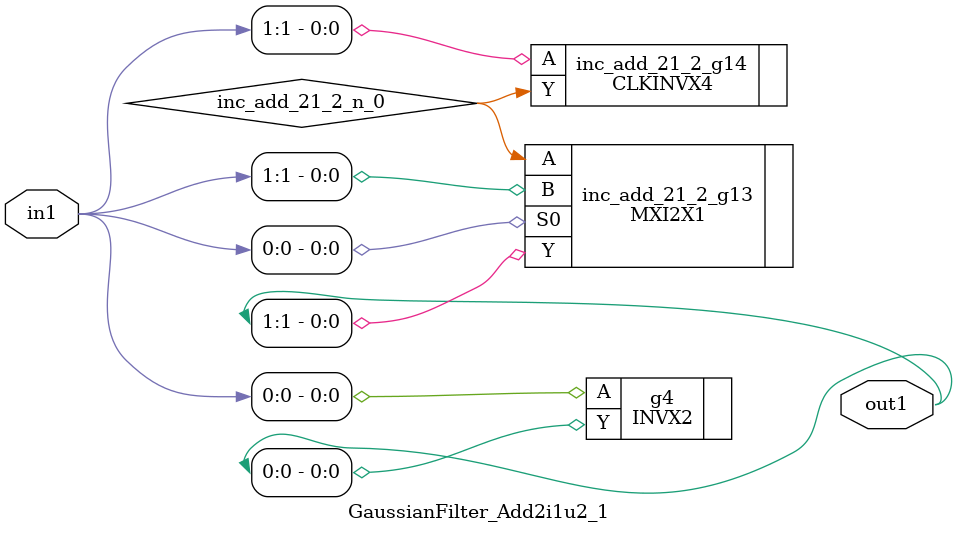
<source format=v>
`timescale 1ps / 1ps


module GaussianFilter_Add2i1u2_1(in1, out1);
  input [1:0] in1;
  output [1:0] out1;
  wire [1:0] in1;
  wire [1:0] out1;
  wire inc_add_21_2_n_0;
  INVX2 g4(.A (in1[0]), .Y (out1[0]));
  MXI2X1 inc_add_21_2_g13(.A (inc_add_21_2_n_0), .B (in1[1]), .S0
       (in1[0]), .Y (out1[1]));
  CLKINVX4 inc_add_21_2_g14(.A (in1[1]), .Y (inc_add_21_2_n_0));
endmodule



</source>
